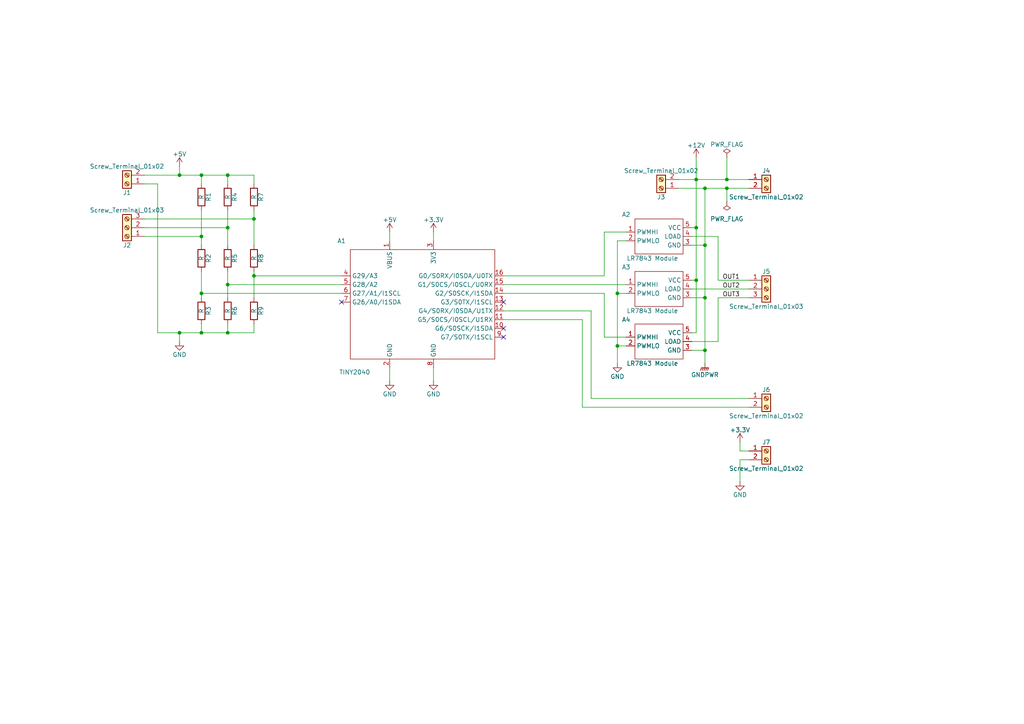
<source format=kicad_sch>
(kicad_sch (version 20231120) (generator "eeschema") (generator_version "8.0")
  (paper "A4")
  (title_block (title "Watering System IO") (rev "0.1"))
  (lib_symbols
    (symbol "Connector:Screw_Terminal_01x02" (pin_names (offset 1.016) hide)
      (property "Reference" "J" (at 0 2.54 0))
      (property "Value" "Screw_Terminal_01x02" (at 0 -5.08 0))
      (symbol "Screw_Terminal_01x02_1_1"
        (rectangle (start -1.27 1.27) (end 1.27 -3.81) (stroke (width 0.254)) (fill (type background)))
        (circle (center 0 -2.54) (radius 0.635) (stroke (width 0.1524)))
        (polyline (pts (xy -0.5334 -2.2098) (xy 0.3302 -3.048)) (stroke (width 0.1524)))
        (polyline (pts (xy -0.5334 0.3302) (xy 0.3302 -0.508)) (stroke (width 0.1524)))
        (polyline (pts (xy -0.3556 -2.032) (xy 0.508 -2.8702)) (stroke (width 0.1524)))
        (polyline (pts (xy -0.3556 0.508) (xy 0.508 -0.3302)) (stroke (width 0.1524)))
        (circle (center 0 0) (radius 0.635) (stroke (width 0.1524)))
        (pin passive line (at -5.08 0 0) (length 3.81) (name "Pin_1") (number "1"))
        (pin passive line (at -5.08 -2.54 0) (length 3.81) (name "Pin_2") (number "2"))
      )
    )
    (symbol "Connector:Screw_Terminal_01x03" (pin_names (offset 1.016) hide)
      (property "Reference" "J" (at 0 5.08 0))
      (property "Value" "Screw_Terminal_01x03" (at 0 -5.08 0))
      (symbol "Screw_Terminal_01x03_1_1"
        (rectangle (start -1.27 3.81) (end 1.27 -3.81) (stroke (width 0.254)) (fill (type background)))
        (circle (center 0 -2.54) (radius 0.635) (stroke (width 0.1524)))
        (polyline (pts (xy -0.5334 -2.2098) (xy 0.3302 -3.048)) (stroke (width 0.1524)))
        (polyline (pts (xy -0.5334 0.3302) (xy 0.3302 -0.508)) (stroke (width 0.1524)))
        (polyline (pts (xy -0.5334 2.8702) (xy 0.3302 2.032)) (stroke (width 0.1524)))
        (polyline (pts (xy -0.3556 -2.032) (xy 0.508 -2.8702)) (stroke (width 0.1524)))
        (polyline (pts (xy -0.3556 0.508) (xy 0.508 -0.3302)) (stroke (width 0.1524)))
        (polyline (pts (xy -0.3556 3.048) (xy 0.508 2.2098)) (stroke (width 0.1524)))
        (circle (center 0 0) (radius 0.635) (stroke (width 0.1524)))
        (circle (center 0 2.54) (radius 0.635) (stroke (width 0.1524)))
        (pin passive line (at -5.08 2.54 0) (length 3.81) (name "Pin_1") (number "1"))
        (pin passive line (at -5.08 0 0) (length 3.81) (name "Pin_2") (number "2"))
        (pin passive line (at -5.08 -2.54 0) (length 3.81) (name "Pin_3") (number "3"))
      )
    )
    (symbol "Device:R" (pin_numbers hide) (pin_names (offset 0))
      (property "Reference" "R" (at 2.032 0 90))
      (property "Value" "R" (at 0 0 90))
      (symbol "R_0_1"
        (rectangle (start -1.016 -2.54) (end 1.016 2.54) (stroke (width 0.254)))
      )
      (symbol "R_1_1"
        (pin passive line (at 0 3.81 270) (length 1.27) (name "~") (number "1"))
        (pin passive line (at 0 -3.81 90) (length 1.27) (name "~") (number "2"))
      )
    )
    (symbol "power:+12V" (power) (pin_names (offset 0))
      (property "Value" "+12V" (at 0 3.556 0))
      (symbol "+12V_0_1"
        (polyline (pts (xy -0.762 1.27) (xy 0 2.54)))
        (polyline (pts (xy 0 0) (xy 0 2.54)))
        (polyline (pts (xy 0 2.54) (xy 0.762 1.27)))
      )
      (symbol "+12V_1_1"
        (pin power_in line (at 0 0 90) (length 0) hide (name "+12V") (number "1"))
      )
    )
    (symbol "power:+3.3V" (power) (pin_names (offset 0))
      (property "Value" "+3.3V" (at 0 3.556 0))
      (symbol "+3.3V_0_1"
        (polyline (pts (xy -0.762 1.27) (xy 0 2.54)))
        (polyline (pts (xy 0 0) (xy 0 2.54)))
        (polyline (pts (xy 0 2.54) (xy 0.762 1.27)))
      )
      (symbol "+3.3V_1_1"
        (pin power_in line (at 0 0 90) (length 0) hide (name "+3.3V") (number "1"))
      )
    )
    (symbol "power:+5V" (power) (pin_names (offset 0))
      (property "Value" "+5V" (at 0 3.556 0))
      (symbol "+5V_0_1"
        (polyline (pts (xy -0.762 1.27) (xy 0 2.54)))
        (polyline (pts (xy 0 0) (xy 0 2.54)))
        (polyline (pts (xy 0 2.54) (xy 0.762 1.27)))
      )
      (symbol "+5V_1_1"
        (pin power_in line (at 0 0 90) (length 0) hide (name "+5V") (number "1"))
      )
    )
    (symbol "power:GND" (power) (pin_names (offset 0))
      (property "Value" "GND" (at 0 -3.81 0))
      (symbol "GND_0_1"
        (polyline (pts (xy 0 0) (xy 0 -1.27) (xy 1.27 -1.27) (xy 0 -2.54) (xy -1.27 -1.27) (xy 0 -1.27)))
      )
      (symbol "GND_1_1"
        (pin power_in line (at 0 0 270) (length 0) hide (name "GND") (number "1"))
      )
    )
    (symbol "power:GNDPWR" (power) (pin_names (offset 0))
      (property "Value" "GNDPWR" (at 0 -3.302 0))
      (symbol "GNDPWR_0_1"
        (polyline (pts (xy 0 -1.27) (xy 0 0)))
        (polyline (pts (xy -1.016 -1.27) (xy -1.27 -2.032) (xy -1.27 -2.032)) (stroke (width 0.2032)))
        (polyline (pts (xy -0.508 -1.27) (xy -0.762 -2.032) (xy -0.762 -2.032)) (stroke (width 0.2032)))
        (polyline (pts (xy 0 -1.27) (xy -0.254 -2.032) (xy -0.254 -2.032)) (stroke (width 0.2032)))
        (polyline (pts (xy 0.508 -1.27) (xy 0.254 -2.032) (xy 0.254 -2.032)) (stroke (width 0.2032)))
        (polyline (pts (xy 1.016 -1.27) (xy -1.016 -1.27) (xy -1.016 -1.27)) (stroke (width 0.2032)))
        (polyline (pts (xy 1.016 -1.27) (xy 0.762 -2.032) (xy 0.762 -2.032) (xy 0.762 -2.032)) (stroke (width 0.2032)))
      )
      (symbol "GNDPWR_1_1"
        (pin power_in line (at 0 0 270) (length 0) hide (name "GNDPWR") (number "1"))
      )
    )
    (symbol "power:PWR_FLAG" (power) (pin_numbers hide) (pin_names (offset 0) hide)
      (property "Value" "PWR_FLAG" (at 0 3.81 0))
      (symbol "PWR_FLAG_0_0"
        (pin power_out line (at 0 0 90) (length 0) (name "pwr") (number "1"))
      )
      (symbol "PWR_FLAG_0_1"
        (polyline (pts (xy 0 0) (xy 0 1.27) (xy -1.016 1.905) (xy 0 2.54) (xy 1.016 1.905) (xy 0 1.27)))
      )
    )
    (symbol "watering:CM-LR7843"
      (property "Reference" "A" (at 0 0 0))
      (property "Value" "LR7843 Module" (at 7.62 -12.7 0))
      (symbol "CM-LR7843_0_1"
        (rectangle (start 2.54 -1.27) (end 16.51 -11.43))
      )
      (symbol "CM-LR7843_1_1"
        (pin input line (at 0 -5.08 0) (length 2.54) (name "PWMHI") (number "1"))
        (pin input line (at 0 -7.62 0) (length 2.54) (name "PWMLO") (number "2"))
        (pin power_in line (at 19.05 -8.89 180) (length 2.54) (name "GND") (number "3"))
        (pin output line (at 19.05 -6.35 180) (length 2.54) (name "LOAD") (number "4"))
        (pin power_in line (at 19.05 -3.81 180) (length 2.54) (name "VCC") (number "5"))
      )
    )
    (symbol "watering:TINY2040"
      (property "Reference" "A" (at 0 0 0))
      (property "Value" "TINY2040" (at 3.81 -38.1 0))
      (symbol "TINY2040_0_1"
        (rectangle (start 2.54 -2.54) (end 44.45 -34.29))
      )
      (symbol "TINY2040_1_1"
        (pin power_out line (at 13.97 0 270) (length 2.54) (name "VBUS") (number "1"))
        (pin bidirectional line (at 46.99 -25.4 180) (length 2.54) (name "G6/S0SCK/I1SDA") (number "10"))
        (pin bidirectional line (at 46.99 -22.86 180) (length 2.54) (name "G5/S0CS/I0SCL/U1RX") (number "11"))
        (pin bidirectional line (at 46.99 -20.32 180) (length 2.54) (name "G4/S0RX/I0SDA/U1TX") (number "12"))
        (pin bidirectional line (at 46.99 -17.78 180) (length 2.54) (name "G3/S0TX/I1SCL") (number "13"))
        (pin bidirectional line (at 46.99 -15.24 180) (length 2.54) (name "G2/S0SCK/I1SDA") (number "14"))
        (pin bidirectional line (at 46.99 -12.7 180) (length 2.54) (name "G1/S0CS/I0SCL/U0RX") (number "15"))
        (pin bidirectional line (at 46.99 -10.16 180) (length 2.54) (name "G0/S0RX/I0SDA/U0TX") (number "16"))
        (pin power_out line (at 13.97 -36.83 90) (length 2.54) (name "GND") (number "2"))
        (pin power_out line (at 26.67 0 270) (length 2.54) (name "3V3") (number "3"))
        (pin bidirectional line (at 0 -10.16 0) (length 2.54) (name "G29/A3") (number "4"))
        (pin bidirectional line (at 0 -12.7 0) (length 2.54) (name "G28/A2") (number "5"))
        (pin bidirectional line (at 0 -15.24 0) (length 2.54) (name "G27/A1/I1SCL") (number "6"))
        (pin bidirectional line (at 0 -17.78 0) (length 2.54) (name "G26/A0/I1SDA") (number "7"))
        (pin power_in line (at 26.67 -36.83 90) (length 2.54) (name "GND") (number "8"))
        (pin bidirectional line (at 46.99 -27.94 180) (length 2.54) (name "G7/S0TX/I1SCL") (number "9"))
      )
    )
  )
  (junction (at 52.07 96.52))
  (junction (at 66.04 96.52))
  (junction (at 66.04 66.04))
  (junction (at 52.07 50.8))
  (junction (at 58.42 85.09))
  (junction (at 179.07 100.33))
  (junction (at 204.47 86.36))
  (junction (at 201.93 52.07))
  (junction (at 204.47 101.6))
  (junction (at 201.93 81.28))
  (junction (at 66.04 50.8))
  (junction (at 201.93 66.04))
  (junction (at 204.47 54.61))
  (junction (at 66.04 82.55))
  (junction (at 179.07 85.09))
  (junction (at 58.42 96.52))
  (junction (at 204.47 71.12))
  (junction (at 73.66 63.5))
  (junction (at 210.82 52.07))
  (junction (at 58.42 68.58))
  (junction (at 58.42 50.8))
  (junction (at 210.82 54.61))
  (junction (at 73.66 80.01))
  (no_connect (at 146.05 87.63))
  (no_connect (at 146.05 97.79))
  (no_connect (at 146.05 95.25))
  (no_connect (at 99.06 87.63))
  (wire (pts (xy 66.04 82.55) (xy 66.04 86.36)))
  (wire (pts (xy 179.07 69.85) (xy 181.61 69.85)))
  (wire (pts (xy 58.42 96.52) (xy 66.04 96.52)))
  (wire (pts (xy 66.04 96.52) (xy 73.66 96.52)))
  (wire (pts (xy 45.72 53.34) (xy 45.72 96.52)))
  (wire (pts (xy 73.66 63.5) (xy 73.66 71.12)))
  (wire (pts (xy 113.03 106.68) (xy 113.03 110.49)))
  (wire (pts (xy 146.05 92.71) (xy 168.91 92.71)))
  (wire (pts (xy 41.91 66.04) (xy 66.04 66.04)))
  (wire (pts (xy 41.91 68.58) (xy 58.42 68.58)))
  (wire (pts (xy 208.28 99.06) (xy 208.28 86.36)))
  (wire (pts (xy 200.66 101.6) (xy 204.47 101.6)))
  (wire (pts (xy 52.07 96.52) (xy 58.42 96.52)))
  (wire (pts (xy 201.93 81.28) (xy 201.93 96.52)))
  (wire (pts (xy 200.66 81.28) (xy 201.93 81.28)))
  (wire (pts (xy 204.47 54.61) (xy 210.82 54.61)))
  (wire (pts (xy 208.28 81.28) (xy 217.17 81.28)))
  (wire (pts (xy 66.04 78.74) (xy 66.04 82.55)))
  (wire (pts (xy 73.66 96.52) (xy 73.66 93.98)))
  (wire (pts (xy 200.66 99.06) (xy 208.28 99.06)))
  (wire (pts (xy 214.63 128.27) (xy 214.63 130.81)))
  (wire (pts (xy 208.28 68.58) (xy 208.28 81.28)))
  (wire (pts (xy 45.72 96.52) (xy 52.07 96.52)))
  (wire (pts (xy 73.66 80.01) (xy 73.66 86.36)))
  (wire (pts (xy 200.66 71.12) (xy 204.47 71.12)))
  (wire (pts (xy 73.66 50.8) (xy 66.04 50.8)))
  (wire (pts (xy 73.66 80.01) (xy 99.06 80.01)))
  (wire (pts (xy 200.66 83.82) (xy 217.17 83.82)))
  (wire (pts (xy 201.93 66.04) (xy 201.93 81.28)))
  (wire (pts (xy 201.93 52.07) (xy 201.93 66.04)))
  (wire (pts (xy 179.07 105.41) (xy 179.07 100.33)))
  (wire (pts (xy 58.42 85.09) (xy 58.42 86.36)))
  (wire (pts (xy 125.73 67.31) (xy 125.73 69.85)))
  (wire (pts (xy 73.66 60.96) (xy 73.66 63.5)))
  (wire (pts (xy 214.63 139.7) (xy 214.63 133.35)))
  (wire (pts (xy 41.91 53.34) (xy 45.72 53.34)))
  (wire (pts (xy 66.04 60.96) (xy 66.04 66.04)))
  (wire (pts (xy 200.66 96.52) (xy 201.93 96.52)))
  (wire (pts (xy 208.28 86.36) (xy 217.17 86.36)))
  (wire (pts (xy 201.93 52.07) (xy 210.82 52.07)))
  (wire (pts (xy 52.07 96.52) (xy 52.07 99.06)))
  (wire (pts (xy 175.26 67.31) (xy 181.61 67.31)))
  (wire (pts (xy 210.82 54.61) (xy 217.17 54.61)))
  (wire (pts (xy 146.05 80.01) (xy 175.26 80.01)))
  (wire (pts (xy 58.42 93.98) (xy 58.42 96.52)))
  (wire (pts (xy 66.04 66.04) (xy 66.04 71.12)))
  (wire (pts (xy 204.47 101.6) (xy 204.47 105.41)))
  (wire (pts (xy 171.45 90.17) (xy 171.45 115.57)))
  (wire (pts (xy 179.07 100.33) (xy 179.07 85.09)))
  (wire (pts (xy 146.05 82.55) (xy 181.61 82.55)))
  (wire (pts (xy 168.91 92.71) (xy 168.91 118.11)))
  (wire (pts (xy 66.04 93.98) (xy 66.04 96.52)))
  (wire (pts (xy 146.05 85.09) (xy 175.26 85.09)))
  (wire (pts (xy 210.82 45.72) (xy 210.82 52.07)))
  (wire (pts (xy 175.26 85.09) (xy 175.26 97.79)))
  (wire (pts (xy 58.42 50.8) (xy 52.07 50.8)))
  (wire (pts (xy 214.63 130.81) (xy 217.17 130.81)))
  (wire (pts (xy 196.85 54.61) (xy 204.47 54.61)))
  (wire (pts (xy 73.66 78.74) (xy 73.66 80.01)))
  (wire (pts (xy 66.04 50.8) (xy 66.04 53.34)))
  (wire (pts (xy 52.07 48.26) (xy 52.07 50.8)))
  (wire (pts (xy 175.26 97.79) (xy 181.61 97.79)))
  (wire (pts (xy 41.91 63.5) (xy 73.66 63.5)))
  (wire (pts (xy 179.07 85.09) (xy 181.61 85.09)))
  (wire (pts (xy 204.47 71.12) (xy 204.47 86.36)))
  (wire (pts (xy 214.63 133.35) (xy 217.17 133.35)))
  (wire (pts (xy 210.82 54.61) (xy 210.82 58.42)))
  (wire (pts (xy 179.07 85.09) (xy 179.07 69.85)))
  (wire (pts (xy 66.04 50.8) (xy 58.42 50.8)))
  (wire (pts (xy 204.47 86.36) (xy 204.47 101.6)))
  (wire (pts (xy 210.82 52.07) (xy 217.17 52.07)))
  (wire (pts (xy 201.93 45.72) (xy 201.93 52.07)))
  (wire (pts (xy 204.47 54.61) (xy 204.47 71.12)))
  (wire (pts (xy 179.07 100.33) (xy 181.61 100.33)))
  (wire (pts (xy 175.26 80.01) (xy 175.26 67.31)))
  (wire (pts (xy 200.66 68.58) (xy 208.28 68.58)))
  (wire (pts (xy 200.66 66.04) (xy 201.93 66.04)))
  (wire (pts (xy 200.66 86.36) (xy 204.47 86.36)))
  (wire (pts (xy 58.42 68.58) (xy 58.42 71.12)))
  (wire (pts (xy 58.42 78.74) (xy 58.42 85.09)))
  (wire (pts (xy 171.45 115.57) (xy 217.17 115.57)))
  (wire (pts (xy 217.17 118.11) (xy 168.91 118.11)))
  (wire (pts (xy 125.73 106.68) (xy 125.73 110.49)))
  (wire (pts (xy 52.07 50.8) (xy 41.91 50.8)))
  (wire (pts (xy 58.42 50.8) (xy 58.42 53.34)))
  (wire (pts (xy 66.04 82.55) (xy 99.06 82.55)))
  (wire (pts (xy 73.66 53.34) (xy 73.66 50.8)))
  (wire (pts (xy 58.42 85.09) (xy 99.06 85.09)))
  (wire (pts (xy 146.05 90.17) (xy 171.45 90.17)))
  (wire (pts (xy 58.42 60.96) (xy 58.42 68.58)))
  (wire (pts (xy 196.85 52.07) (xy 201.93 52.07)))
  (wire (pts (xy 113.03 67.31) (xy 113.03 69.85)))
  (label "OUT3" (at 209.55 86.36 0))
  (label "OUT1" (at 209.55 81.28 0))
  (label "OUT2" (at 209.55 83.82 0))
  (symbol (lib_id "power:+3.3V") (at 214.63 128.27 0) (unit 1)
    (property "Reference" "#PWR010" (effects (hide yes)))
    (property "Value" "+3.3V" (at 214.63 124.714 0))
  )
  (symbol (lib_id "Connector:Screw_Terminal_01x02") (at 222.25 52.07 0) (unit 1)
    (property "Reference" "J4" (at 222.25 49.53 0))
    (property "Value" "Screw_Terminal_01x02" (at 222.25 57.15 0))
    (property "Footprint" "TerminalBlock_Phoenix:TerminalBlock_Phoenix_MKDS-1,5-2_1x02_P5.00mm_Horizontal" (effects (hide yes)))
  )
  (symbol (lib_id "power:+12V") (at 201.93 45.72 0) (unit 1)
    (property "Reference" "#PWR08" (effects (hide yes)))
    (property "Value" "+12V" (at 201.93 42.164 0))
  )
  (symbol (lib_id "Device:R") (at 66.04 74.93 0) (unit 1)
    (property "Reference" "R5" (at 68.072 74.93 90))
    (property "Value" "R" (at 66.04 74.93 90))
    (property "Footprint" "Resistor_THT:R_Axial_DIN0207_L6.3mm_D2.5mm_P10.16mm_Horizontal" (effects (hide yes)))
  )
  (symbol (lib_id "watering:TINY2040") (at 99.06 69.85 0) (unit 1)
    (property "Reference" "A1" (at 99.06 69.85 0))
    (property "Value" "TINY2040" (at 102.87 107.95 0))
    (property "Footprint" "watering:Tiny2040" (effects (hide yes)))
  )
  (symbol (lib_id "Device:R") (at 58.42 74.93 0) (unit 1)
    (property "Reference" "R2" (at 60.452 74.93 90))
    (property "Value" "R" (at 58.42 74.93 90))
    (property "Footprint" "Resistor_THT:R_Axial_DIN0207_L6.3mm_D2.5mm_P10.16mm_Horizontal" (effects (hide yes)))
  )
  (symbol (lib_id "power:GND") (at 113.03 110.49 0) (unit 1)
    (property "Reference" "#PWR04" (effects (hide yes)))
    (property "Value" "GND" (at 113.03 114.3 0))
  )
  (symbol (lib_id "watering:CM-LR7843") (at 181.61 62.23 0) (unit 1)
    (property "Reference" "A2" (at 181.61 62.23 0))
    (property "Value" "LR7843 Module" (at 189.23 74.93 0))
    (property "Footprint" "watering:CMLR7843" (effects (hide yes)))
  )
  (symbol (lib_id "power:PWR_FLAG") (at 210.82 45.72 0) (unit 1)
    (property "Reference" "#FLG01" (effects (hide yes)))
    (property "Value" "PWR_FLAG" (at 210.82 41.91 0))
  )
  (symbol (lib_id "Device:R") (at 73.66 57.15 0) (unit 1)
    (property "Reference" "R7" (at 75.692 57.15 90))
    (property "Value" "R" (at 73.66 57.15 90))
    (property "Footprint" "Resistor_THT:R_Axial_DIN0207_L6.3mm_D2.5mm_P10.16mm_Horizontal" (effects (hide yes)))
  )
  (symbol (lib_id "Device:R") (at 58.42 57.15 0) (unit 1)
    (property "Reference" "R1" (at 60.452 57.15 90))
    (property "Value" "R" (at 58.42 57.15 90))
    (property "Footprint" "Resistor_THT:R_Axial_DIN0207_L6.3mm_D2.5mm_P10.16mm_Horizontal" (effects (hide yes)))
  )
  (symbol (lib_id "watering:CM-LR7843") (at 181.61 92.71 0) (unit 1)
    (property "Reference" "A4" (at 181.61 92.71 0))
    (property "Value" "LR7843 Module" (at 189.23 105.41 0))
    (property "Footprint" "watering:CMLR7843" (effects (hide yes)))
  )
  (symbol (lib_id "Connector:Screw_Terminal_01x03") (at 222.25 83.82 0) (unit 1)
    (property "Reference" "J5" (at 222.25 78.74 0))
    (property "Value" "Screw_Terminal_01x03" (at 222.25 88.9 0))
    (property "Footprint" "TerminalBlock_Phoenix:TerminalBlock_Phoenix_MKDS-1,5-3_1x03_P5.00mm_Horizontal" (effects (hide yes)))
  )
  (symbol (lib_id "Connector:Screw_Terminal_01x02") (at 222.25 130.81 0) (unit 1)
    (property "Reference" "J7" (at 222.25 128.27 0))
    (property "Value" "Screw_Terminal_01x02" (at 222.25 135.89 0))
    (property "Footprint" "TerminalBlock_Phoenix:TerminalBlock_Phoenix_MKDS-1,5-2_1x02_P5.00mm_Horizontal" (effects (hide yes)))
  )
  (symbol (lib_id "power:GND") (at 214.63 139.7 0) (unit 1)
    (property "Reference" "#PWR011" (effects (hide yes)))
    (property "Value" "GND" (at 214.63 143.51 0))
  )
  (symbol (lib_id "Device:R") (at 73.66 90.17 0) (unit 1)
    (property "Reference" "R9" (at 75.692 90.17 90))
    (property "Value" "R" (at 73.66 90.17 90))
    (property "Footprint" "Resistor_THT:R_Axial_DIN0207_L6.3mm_D2.5mm_P10.16mm_Horizontal" (effects (hide yes)))
  )
  (symbol (lib_id "power:GNDPWR") (at 204.47 105.41 0) (unit 1)
    (property "Reference" "#PWR09" (effects (hide yes)))
    (property "Value" "GNDPWR" (at 204.47 108.712 0))
  )
  (symbol (lib_id "Connector:Screw_Terminal_01x02") (at 36.83 53.34 180) (unit 1)
    (property "Reference" "J1" (at 36.83 55.88 0))
    (property "Value" "Screw_Terminal_01x02" (at 36.83 48.26 0))
    (property "Footprint" "TerminalBlock_Phoenix:TerminalBlock_Phoenix_MKDS-1,5-2_1x02_P5.00mm_Horizontal" (effects (hide yes)))
  )
  (symbol (lib_id "power:+5V") (at 113.03 67.31 0) (unit 1)
    (property "Reference" "#PWR03" (effects (hide yes)))
    (property "Value" "+5V" (at 113.03 63.754 0))
  )
  (symbol (lib_id "Device:R") (at 66.04 57.15 0) (unit 1)
    (property "Reference" "R4" (at 68.072 57.15 90))
    (property "Value" "R" (at 66.04 57.15 90))
    (property "Footprint" "Resistor_THT:R_Axial_DIN0207_L6.3mm_D2.5mm_P10.16mm_Horizontal" (effects (hide yes)))
  )
  (symbol (lib_id "power:+3.3V") (at 125.73 67.31 0) (unit 1)
    (property "Reference" "#PWR05" (effects (hide yes)))
    (property "Value" "+3.3V" (at 125.73 63.754 0))
  )
  (symbol (lib_id "Connector:Screw_Terminal_01x02") (at 222.25 115.57 0) (unit 1)
    (property "Reference" "J6" (at 222.25 113.03 0))
    (property "Value" "Screw_Terminal_01x02" (at 222.25 120.65 0))
    (property "Footprint" "TerminalBlock_Phoenix:TerminalBlock_Phoenix_MKDS-1,5-2_1x02_P5.00mm_Horizontal" (effects (hide yes)))
  )
  (symbol (lib_id "Device:R") (at 73.66 74.93 0) (unit 1)
    (property "Reference" "R8" (at 75.692 74.93 90))
    (property "Value" "R" (at 73.66 74.93 90))
    (property "Footprint" "Resistor_THT:R_Axial_DIN0207_L6.3mm_D2.5mm_P10.16mm_Horizontal" (effects (hide yes)))
  )
  (symbol (lib_id "watering:CM-LR7843") (at 181.61 77.47 0) (unit 1)
    (property "Reference" "A3" (at 181.61 77.47 0))
    (property "Value" "LR7843 Module" (at 189.23 90.17 0))
    (property "Footprint" "watering:CMLR7843" (effects (hide yes)))
  )
  (symbol (lib_id "Connector:Screw_Terminal_01x02") (at 191.77 54.61 180) (unit 1)
    (property "Reference" "J3" (at 191.77 57.15 0))
    (property "Value" "Screw_Terminal_01x02" (at 191.77 49.53 0))
    (property "Footprint" "TerminalBlock_Phoenix:TerminalBlock_Phoenix_MKDS-1,5-2_1x02_P5.00mm_Horizontal" (effects (hide yes)))
  )
  (symbol (lib_id "power:GND") (at 52.07 99.06 0) (unit 1)
    (property "Reference" "#PWR02" (effects (hide yes)))
    (property "Value" "GND" (at 52.07 102.87 0))
  )
  (symbol (lib_id "power:GND") (at 179.07 105.41 0) (unit 1)
    (property "Reference" "#PWR07" (effects (hide yes)))
    (property "Value" "GND" (at 179.07 109.22 0))
  )
  (symbol (lib_id "power:PWR_FLAG") (at 210.82 58.42 180) (unit 1)
    (property "Reference" "#FLG02" (effects (hide yes)))
    (property "Value" "PWR_FLAG" (at 210.82 63.5 0))
  )
  (symbol (lib_id "power:GND") (at 125.73 110.49 0) (unit 1)
    (property "Reference" "#PWR06" (effects (hide yes)))
    (property "Value" "GND" (at 125.73 114.3 0))
  )
  (symbol (lib_id "power:+5V") (at 52.07 48.26 0) (unit 1)
    (property "Reference" "#PWR01" (effects (hide yes)))
    (property "Value" "+5V" (at 52.07 44.704 0))
  )
  (symbol (lib_id "Connector:Screw_Terminal_01x03") (at 36.83 66.04 180) (unit 1)
    (property "Reference" "J2" (at 36.83 71.12 0))
    (property "Value" "Screw_Terminal_01x03" (at 36.83 60.96 0))
    (property "Footprint" "TerminalBlock_Phoenix:TerminalBlock_Phoenix_MKDS-1,5-3_1x03_P5.00mm_Horizontal" (effects (hide yes)))
  )
  (symbol (lib_id "Device:R") (at 58.42 90.17 0) (unit 1)
    (property "Reference" "R3" (at 60.452 90.17 90))
    (property "Value" "R" (at 58.42 90.17 90))
    (property "Footprint" "Resistor_THT:R_Axial_DIN0207_L6.3mm_D2.5mm_P10.16mm_Horizontal" (effects (hide yes)))
  )
  (symbol (lib_id "Device:R") (at 66.04 90.17 0) (unit 1)
    (property "Reference" "R6" (at 68.072 90.17 90))
    (property "Value" "R" (at 66.04 90.17 90))
    (property "Footprint" "Resistor_THT:R_Axial_DIN0207_L6.3mm_D2.5mm_P10.16mm_Horizontal" (effects (hide yes)))
  )
)
</source>
